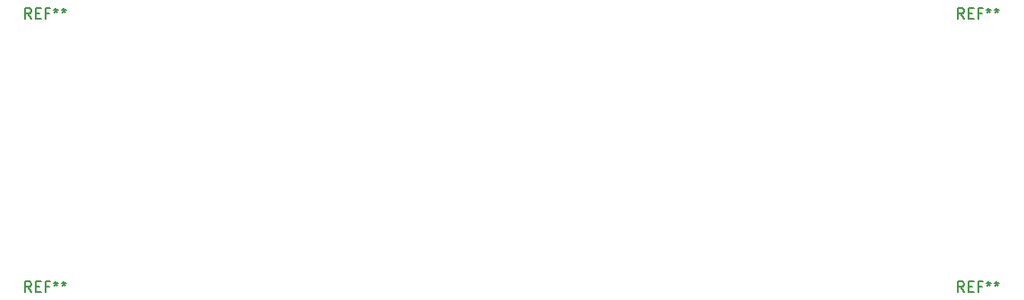
<source format=gbr>
G04 #@! TF.GenerationSoftware,KiCad,Pcbnew,(5.1.6-0-10_14)*
G04 #@! TF.CreationDate,2022-09-03T11:37:22+09:00*
G04 #@! TF.ProjectId,cool640xiao,636f6f6c-3634-4307-9869-616f2e6b6963,rev?*
G04 #@! TF.SameCoordinates,Original*
G04 #@! TF.FileFunction,Legend,Top*
G04 #@! TF.FilePolarity,Positive*
%FSLAX46Y46*%
G04 Gerber Fmt 4.6, Leading zero omitted, Abs format (unit mm)*
G04 Created by KiCad (PCBNEW (5.1.6-0-10_14)) date 2022-09-03 11:37:22*
%MOMM*%
%LPD*%
G01*
G04 APERTURE LIST*
%ADD10C,0.150000*%
G04 APERTURE END LIST*
D10*
X151676666Y-16191380D02*
X151343333Y-15715190D01*
X151105238Y-16191380D02*
X151105238Y-15191380D01*
X151486190Y-15191380D01*
X151581428Y-15239000D01*
X151629047Y-15286619D01*
X151676666Y-15381857D01*
X151676666Y-15524714D01*
X151629047Y-15619952D01*
X151581428Y-15667571D01*
X151486190Y-15715190D01*
X151105238Y-15715190D01*
X152105238Y-15667571D02*
X152438571Y-15667571D01*
X152581428Y-16191380D02*
X152105238Y-16191380D01*
X152105238Y-15191380D01*
X152581428Y-15191380D01*
X153343333Y-15667571D02*
X153010000Y-15667571D01*
X153010000Y-16191380D02*
X153010000Y-15191380D01*
X153486190Y-15191380D01*
X154010000Y-15191380D02*
X154010000Y-15429476D01*
X153771904Y-15334238D02*
X154010000Y-15429476D01*
X154248095Y-15334238D01*
X153867142Y-15619952D02*
X154010000Y-15429476D01*
X154152857Y-15619952D01*
X154771904Y-15191380D02*
X154771904Y-15429476D01*
X154533809Y-15334238D02*
X154771904Y-15429476D01*
X155010000Y-15334238D01*
X154629047Y-15619952D02*
X154771904Y-15429476D01*
X154914761Y-15619952D01*
X239984666Y-16187380D02*
X239651333Y-15711190D01*
X239413238Y-16187380D02*
X239413238Y-15187380D01*
X239794190Y-15187380D01*
X239889428Y-15235000D01*
X239937047Y-15282619D01*
X239984666Y-15377857D01*
X239984666Y-15520714D01*
X239937047Y-15615952D01*
X239889428Y-15663571D01*
X239794190Y-15711190D01*
X239413238Y-15711190D01*
X240413238Y-15663571D02*
X240746571Y-15663571D01*
X240889428Y-16187380D02*
X240413238Y-16187380D01*
X240413238Y-15187380D01*
X240889428Y-15187380D01*
X241651333Y-15663571D02*
X241318000Y-15663571D01*
X241318000Y-16187380D02*
X241318000Y-15187380D01*
X241794190Y-15187380D01*
X242318000Y-15187380D02*
X242318000Y-15425476D01*
X242079904Y-15330238D02*
X242318000Y-15425476D01*
X242556095Y-15330238D01*
X242175142Y-15615952D02*
X242318000Y-15425476D01*
X242460857Y-15615952D01*
X243079904Y-15187380D02*
X243079904Y-15425476D01*
X242841809Y-15330238D02*
X243079904Y-15425476D01*
X243318000Y-15330238D01*
X242937047Y-15615952D02*
X243079904Y-15425476D01*
X243222761Y-15615952D01*
X239984666Y9742619D02*
X239651333Y10218809D01*
X239413238Y9742619D02*
X239413238Y10742619D01*
X239794190Y10742619D01*
X239889428Y10695000D01*
X239937047Y10647380D01*
X239984666Y10552142D01*
X239984666Y10409285D01*
X239937047Y10314047D01*
X239889428Y10266428D01*
X239794190Y10218809D01*
X239413238Y10218809D01*
X240413238Y10266428D02*
X240746571Y10266428D01*
X240889428Y9742619D02*
X240413238Y9742619D01*
X240413238Y10742619D01*
X240889428Y10742619D01*
X241651333Y10266428D02*
X241318000Y10266428D01*
X241318000Y9742619D02*
X241318000Y10742619D01*
X241794190Y10742619D01*
X242318000Y10742619D02*
X242318000Y10504523D01*
X242079904Y10599761D02*
X242318000Y10504523D01*
X242556095Y10599761D01*
X242175142Y10314047D02*
X242318000Y10504523D01*
X242460857Y10314047D01*
X243079904Y10742619D02*
X243079904Y10504523D01*
X242841809Y10599761D02*
X243079904Y10504523D01*
X243318000Y10599761D01*
X242937047Y10314047D02*
X243079904Y10504523D01*
X243222761Y10314047D01*
X151676666Y9738619D02*
X151343333Y10214809D01*
X151105238Y9738619D02*
X151105238Y10738619D01*
X151486190Y10738619D01*
X151581428Y10691000D01*
X151629047Y10643380D01*
X151676666Y10548142D01*
X151676666Y10405285D01*
X151629047Y10310047D01*
X151581428Y10262428D01*
X151486190Y10214809D01*
X151105238Y10214809D01*
X152105238Y10262428D02*
X152438571Y10262428D01*
X152581428Y9738619D02*
X152105238Y9738619D01*
X152105238Y10738619D01*
X152581428Y10738619D01*
X153343333Y10262428D02*
X153010000Y10262428D01*
X153010000Y9738619D02*
X153010000Y10738619D01*
X153486190Y10738619D01*
X154010000Y10738619D02*
X154010000Y10500523D01*
X153771904Y10595761D02*
X154010000Y10500523D01*
X154248095Y10595761D01*
X153867142Y10310047D02*
X154010000Y10500523D01*
X154152857Y10310047D01*
X154771904Y10738619D02*
X154771904Y10500523D01*
X154533809Y10595761D02*
X154771904Y10500523D01*
X155010000Y10595761D01*
X154629047Y10310047D02*
X154771904Y10500523D01*
X154914761Y10310047D01*
M02*

</source>
